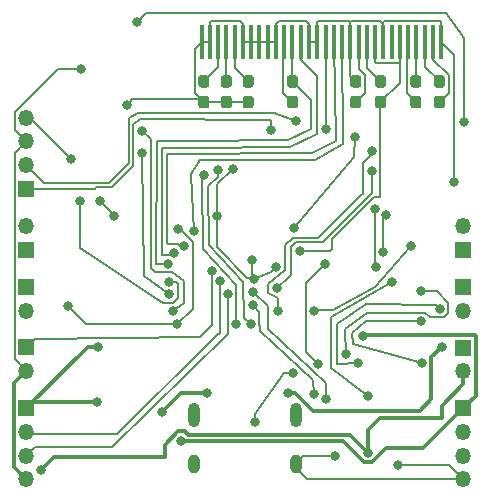
<source format=gbr>
%TF.GenerationSoftware,KiCad,Pcbnew,(5.1.6-0-10_14)*%
%TF.CreationDate,2020-10-29T20:17:36+08:00*%
%TF.ProjectId,QuadoFly,51756164-6f46-46c7-992e-6b696361645f,rev?*%
%TF.SameCoordinates,Original*%
%TF.FileFunction,Copper,L2,Bot*%
%TF.FilePolarity,Positive*%
%FSLAX46Y46*%
G04 Gerber Fmt 4.6, Leading zero omitted, Abs format (unit mm)*
G04 Created by KiCad (PCBNEW (5.1.6-0-10_14)) date 2020-10-29 20:17:36*
%MOMM*%
%LPD*%
G01*
G04 APERTURE LIST*
%TA.AperFunction,ComponentPad*%
%ADD10O,1.350000X1.350000*%
%TD*%
%TA.AperFunction,ComponentPad*%
%ADD11R,1.350000X1.350000*%
%TD*%
%TA.AperFunction,SMDPad,CuDef*%
%ADD12R,0.400000X3.000000*%
%TD*%
%TA.AperFunction,ComponentPad*%
%ADD13O,1.000000X1.600000*%
%TD*%
%TA.AperFunction,ComponentPad*%
%ADD14O,1.000000X2.100000*%
%TD*%
%TA.AperFunction,ViaPad*%
%ADD15C,0.800000*%
%TD*%
%TA.AperFunction,Conductor*%
%ADD16C,0.350000*%
%TD*%
%TA.AperFunction,Conductor*%
%ADD17C,0.200000*%
%TD*%
G04 APERTURE END LIST*
D10*
%TO.P,J10,4*%
%TO.N,Earth*%
X101500000Y-143500000D03*
%TO.P,J10,3*%
%TO.N,/PWM4_T3C4*%
X101500000Y-141500000D03*
%TO.P,J10,2*%
%TO.N,/PWM3_T3C3*%
X101500000Y-139500000D03*
D11*
%TO.P,J10,1*%
%TO.N,+5V*%
X101500000Y-137500000D03*
%TD*%
D10*
%TO.P,J9,4*%
%TO.N,Earth*%
X138500000Y-143500000D03*
%TO.P,J9,3*%
%TO.N,/PWM2_T2C3*%
X138500000Y-141500000D03*
%TO.P,J9,2*%
%TO.N,/PWM1_T2C2*%
X138500000Y-139500000D03*
D11*
%TO.P,J9,1*%
%TO.N,+5V*%
X138500000Y-137500000D03*
%TD*%
D10*
%TO.P,J3,2*%
%TO.N,Net-(J3-Pad2)*%
X101500000Y-129250000D03*
D11*
%TO.P,J3,1*%
%TO.N,Net-(J3-Pad1)*%
X101500000Y-127250000D03*
%TD*%
D10*
%TO.P,J2,2*%
%TO.N,Net-(J2-Pad2)*%
X101500000Y-122100000D03*
D11*
%TO.P,J2,1*%
%TO.N,Net-(J2-Pad1)*%
X101500000Y-124100000D03*
%TD*%
D12*
%TO.P,J13,30*%
%TO.N,Earth*%
X116350000Y-106500000D03*
%TO.P,J13,29*%
X117050000Y-106500000D03*
%TO.P,J13,28*%
%TO.N,Net-(C28-Pad2)*%
X117750000Y-106500000D03*
%TO.P,J13,27*%
%TO.N,Net-(C29-Pad2)*%
X118450000Y-106500000D03*
%TO.P,J13,26*%
%TO.N,Net-(J13-Pad26)*%
X119150000Y-106500000D03*
%TO.P,J13,25*%
%TO.N,Earth*%
X119850000Y-106500000D03*
%TO.P,J13,24*%
X120550000Y-106500000D03*
%TO.P,J13,23*%
X121250000Y-106500000D03*
%TO.P,J13,22*%
X121950000Y-106500000D03*
%TO.P,J13,21*%
X122650000Y-106500000D03*
%TO.P,J13,20*%
%TO.N,Net-(J13-Pad20)*%
X123350000Y-106500000D03*
%TO.P,J13,19*%
%TO.N,/OLED_MOSI*%
X124050000Y-106500000D03*
%TO.P,J13,18*%
%TO.N,/OLED_SCK*%
X124750000Y-106500000D03*
%TO.P,J13,17*%
%TO.N,Earth*%
X125450000Y-106500000D03*
%TO.P,J13,16*%
X126150000Y-106500000D03*
%TO.P,J13,15*%
%TO.N,/OLED_DC*%
X126850000Y-106500000D03*
%TO.P,J13,14*%
%TO.N,/OLED_RES*%
X127550000Y-106500000D03*
%TO.P,J13,13*%
%TO.N,/OLED_CS*%
X128250000Y-106500000D03*
%TO.P,J13,12*%
%TO.N,Earth*%
X128950000Y-106500000D03*
%TO.P,J13,11*%
%TO.N,Net-(J13-Pad11)*%
X129650000Y-106500000D03*
%TO.P,J13,10*%
%TO.N,Net-(J13-Pad10)*%
X130350000Y-106500000D03*
%TO.P,J13,9*%
%TO.N,/+3.3V*%
X131050000Y-106500000D03*
%TO.P,J13,8*%
%TO.N,Earth*%
X131750000Y-106500000D03*
%TO.P,J13,7*%
%TO.N,Net-(J13-Pad7)*%
X132450000Y-106500000D03*
%TO.P,J13,6*%
%TO.N,/+3.3V*%
X133150000Y-106500000D03*
%TO.P,J13,5*%
%TO.N,Net-(C27-Pad1)*%
X133850000Y-106500000D03*
%TO.P,J13,4*%
%TO.N,Net-(C27-Pad2)*%
X134550000Y-106500000D03*
%TO.P,J13,3*%
%TO.N,Net-(C26-Pad1)*%
X135250000Y-106500000D03*
%TO.P,J13,2*%
%TO.N,Net-(C26-Pad2)*%
X135950000Y-106500000D03*
%TO.P,J13,1*%
%TO.N,Earth*%
X136650000Y-106500000D03*
%TD*%
D10*
%TO.P,J7,2*%
%TO.N,Earth*%
X101500000Y-134333332D03*
D11*
%TO.P,J7,1*%
%TO.N,/LED1*%
X101500000Y-132333332D03*
%TD*%
%TO.P,R14,2*%
%TO.N,Net-(J13-Pad11)*%
%TA.AperFunction,SMDPad,CuDef*%
G36*
G01*
X129162500Y-111050000D02*
X129637500Y-111050000D01*
G75*
G02*
X129875000Y-111287500I0J-237500D01*
G01*
X129875000Y-111862500D01*
G75*
G02*
X129637500Y-112100000I-237500J0D01*
G01*
X129162500Y-112100000D01*
G75*
G02*
X128925000Y-111862500I0J237500D01*
G01*
X128925000Y-111287500D01*
G75*
G02*
X129162500Y-111050000I237500J0D01*
G01*
G37*
%TD.AperFunction*%
%TO.P,R14,1*%
%TO.N,Earth*%
%TA.AperFunction,SMDPad,CuDef*%
G36*
G01*
X129162500Y-109300000D02*
X129637500Y-109300000D01*
G75*
G02*
X129875000Y-109537500I0J-237500D01*
G01*
X129875000Y-110112500D01*
G75*
G02*
X129637500Y-110350000I-237500J0D01*
G01*
X129162500Y-110350000D01*
G75*
G02*
X128925000Y-110112500I0J237500D01*
G01*
X128925000Y-109537500D01*
G75*
G02*
X129162500Y-109300000I237500J0D01*
G01*
G37*
%TD.AperFunction*%
%TD*%
%TO.P,R13,2*%
%TO.N,Net-(J13-Pad10)*%
%TA.AperFunction,SMDPad,CuDef*%
G36*
G01*
X131737500Y-110350000D02*
X131262500Y-110350000D01*
G75*
G02*
X131025000Y-110112500I0J237500D01*
G01*
X131025000Y-109537500D01*
G75*
G02*
X131262500Y-109300000I237500J0D01*
G01*
X131737500Y-109300000D01*
G75*
G02*
X131975000Y-109537500I0J-237500D01*
G01*
X131975000Y-110112500D01*
G75*
G02*
X131737500Y-110350000I-237500J0D01*
G01*
G37*
%TD.AperFunction*%
%TO.P,R13,1*%
%TO.N,/+3.3V*%
%TA.AperFunction,SMDPad,CuDef*%
G36*
G01*
X131737500Y-112100000D02*
X131262500Y-112100000D01*
G75*
G02*
X131025000Y-111862500I0J237500D01*
G01*
X131025000Y-111287500D01*
G75*
G02*
X131262500Y-111050000I237500J0D01*
G01*
X131737500Y-111050000D01*
G75*
G02*
X131975000Y-111287500I0J-237500D01*
G01*
X131975000Y-111862500D01*
G75*
G02*
X131737500Y-112100000I-237500J0D01*
G01*
G37*
%TD.AperFunction*%
%TD*%
%TO.P,R12,2*%
%TO.N,Net-(J13-Pad26)*%
%TA.AperFunction,SMDPad,CuDef*%
G36*
G01*
X120537500Y-110350000D02*
X120062500Y-110350000D01*
G75*
G02*
X119825000Y-110112500I0J237500D01*
G01*
X119825000Y-109537500D01*
G75*
G02*
X120062500Y-109300000I237500J0D01*
G01*
X120537500Y-109300000D01*
G75*
G02*
X120775000Y-109537500I0J-237500D01*
G01*
X120775000Y-110112500D01*
G75*
G02*
X120537500Y-110350000I-237500J0D01*
G01*
G37*
%TD.AperFunction*%
%TO.P,R12,1*%
%TO.N,Earth*%
%TA.AperFunction,SMDPad,CuDef*%
G36*
G01*
X120537500Y-112100000D02*
X120062500Y-112100000D01*
G75*
G02*
X119825000Y-111862500I0J237500D01*
G01*
X119825000Y-111287500D01*
G75*
G02*
X120062500Y-111050000I237500J0D01*
G01*
X120537500Y-111050000D01*
G75*
G02*
X120775000Y-111287500I0J-237500D01*
G01*
X120775000Y-111862500D01*
G75*
G02*
X120537500Y-112100000I-237500J0D01*
G01*
G37*
%TD.AperFunction*%
%TD*%
%TO.P,R11,2*%
%TO.N,Net-(J13-Pad20)*%
%TA.AperFunction,SMDPad,CuDef*%
G36*
G01*
X123812500Y-111050000D02*
X124287500Y-111050000D01*
G75*
G02*
X124525000Y-111287500I0J-237500D01*
G01*
X124525000Y-111862500D01*
G75*
G02*
X124287500Y-112100000I-237500J0D01*
G01*
X123812500Y-112100000D01*
G75*
G02*
X123575000Y-111862500I0J237500D01*
G01*
X123575000Y-111287500D01*
G75*
G02*
X123812500Y-111050000I237500J0D01*
G01*
G37*
%TD.AperFunction*%
%TO.P,R11,1*%
%TO.N,/OLED_MOSI*%
%TA.AperFunction,SMDPad,CuDef*%
G36*
G01*
X123812500Y-109300000D02*
X124287500Y-109300000D01*
G75*
G02*
X124525000Y-109537500I0J-237500D01*
G01*
X124525000Y-110112500D01*
G75*
G02*
X124287500Y-110350000I-237500J0D01*
G01*
X123812500Y-110350000D01*
G75*
G02*
X123575000Y-110112500I0J237500D01*
G01*
X123575000Y-109537500D01*
G75*
G02*
X123812500Y-109300000I237500J0D01*
G01*
G37*
%TD.AperFunction*%
%TD*%
D10*
%TO.P,J8,4*%
%TO.N,/+3.3V*%
X101500000Y-112900000D03*
%TO.P,J8,3*%
%TO.N,Earth*%
X101500000Y-114900000D03*
%TO.P,J8,2*%
%TO.N,/VL53_SCL*%
X101500000Y-116900000D03*
D11*
%TO.P,J8,1*%
%TO.N,/VL53_SDA*%
X101500000Y-118900000D03*
%TD*%
D10*
%TO.P,J6,2*%
%TO.N,Net-(J6-Pad2)*%
X138500000Y-122100000D03*
D11*
%TO.P,J6,1*%
%TO.N,Net-(J6-Pad1)*%
X138500000Y-124100000D03*
%TD*%
D10*
%TO.P,J5,2*%
%TO.N,Net-(J5-Pad2)*%
X138500000Y-129233333D03*
D11*
%TO.P,J5,1*%
%TO.N,Net-(J5-Pad1)*%
X138500000Y-127233333D03*
%TD*%
D10*
%TO.P,J4,2*%
%TO.N,+BATT*%
X138500000Y-134366666D03*
D11*
%TO.P,J4,1*%
%TO.N,Earth*%
X138500000Y-132366666D03*
%TD*%
D13*
%TO.P,J1,S1*%
%TO.N,Earth*%
X124320000Y-142225000D03*
X115680000Y-142225000D03*
D14*
X124320000Y-138045000D03*
X115680000Y-138045000D03*
%TD*%
%TO.P,C29,2*%
%TO.N,Net-(C29-Pad2)*%
%TA.AperFunction,SMDPad,CuDef*%
G36*
G01*
X118687500Y-110350000D02*
X118212500Y-110350000D01*
G75*
G02*
X117975000Y-110112500I0J237500D01*
G01*
X117975000Y-109537500D01*
G75*
G02*
X118212500Y-109300000I237500J0D01*
G01*
X118687500Y-109300000D01*
G75*
G02*
X118925000Y-109537500I0J-237500D01*
G01*
X118925000Y-110112500D01*
G75*
G02*
X118687500Y-110350000I-237500J0D01*
G01*
G37*
%TD.AperFunction*%
%TO.P,C29,1*%
%TO.N,Earth*%
%TA.AperFunction,SMDPad,CuDef*%
G36*
G01*
X118687500Y-112100000D02*
X118212500Y-112100000D01*
G75*
G02*
X117975000Y-111862500I0J237500D01*
G01*
X117975000Y-111287500D01*
G75*
G02*
X118212500Y-111050000I237500J0D01*
G01*
X118687500Y-111050000D01*
G75*
G02*
X118925000Y-111287500I0J-237500D01*
G01*
X118925000Y-111862500D01*
G75*
G02*
X118687500Y-112100000I-237500J0D01*
G01*
G37*
%TD.AperFunction*%
%TD*%
%TO.P,C28,2*%
%TO.N,Net-(C28-Pad2)*%
%TA.AperFunction,SMDPad,CuDef*%
G36*
G01*
X116787500Y-110350000D02*
X116312500Y-110350000D01*
G75*
G02*
X116075000Y-110112500I0J237500D01*
G01*
X116075000Y-109537500D01*
G75*
G02*
X116312500Y-109300000I237500J0D01*
G01*
X116787500Y-109300000D01*
G75*
G02*
X117025000Y-109537500I0J-237500D01*
G01*
X117025000Y-110112500D01*
G75*
G02*
X116787500Y-110350000I-237500J0D01*
G01*
G37*
%TD.AperFunction*%
%TO.P,C28,1*%
%TO.N,Earth*%
%TA.AperFunction,SMDPad,CuDef*%
G36*
G01*
X116787500Y-112100000D02*
X116312500Y-112100000D01*
G75*
G02*
X116075000Y-111862500I0J237500D01*
G01*
X116075000Y-111287500D01*
G75*
G02*
X116312500Y-111050000I237500J0D01*
G01*
X116787500Y-111050000D01*
G75*
G02*
X117025000Y-111287500I0J-237500D01*
G01*
X117025000Y-111862500D01*
G75*
G02*
X116787500Y-112100000I-237500J0D01*
G01*
G37*
%TD.AperFunction*%
%TD*%
%TO.P,C27,2*%
%TO.N,Net-(C27-Pad2)*%
%TA.AperFunction,SMDPad,CuDef*%
G36*
G01*
X134737500Y-110350000D02*
X134262500Y-110350000D01*
G75*
G02*
X134025000Y-110112500I0J237500D01*
G01*
X134025000Y-109537500D01*
G75*
G02*
X134262500Y-109300000I237500J0D01*
G01*
X134737500Y-109300000D01*
G75*
G02*
X134975000Y-109537500I0J-237500D01*
G01*
X134975000Y-110112500D01*
G75*
G02*
X134737500Y-110350000I-237500J0D01*
G01*
G37*
%TD.AperFunction*%
%TO.P,C27,1*%
%TO.N,Net-(C27-Pad1)*%
%TA.AperFunction,SMDPad,CuDef*%
G36*
G01*
X134737500Y-112100000D02*
X134262500Y-112100000D01*
G75*
G02*
X134025000Y-111862500I0J237500D01*
G01*
X134025000Y-111287500D01*
G75*
G02*
X134262500Y-111050000I237500J0D01*
G01*
X134737500Y-111050000D01*
G75*
G02*
X134975000Y-111287500I0J-237500D01*
G01*
X134975000Y-111862500D01*
G75*
G02*
X134737500Y-112100000I-237500J0D01*
G01*
G37*
%TD.AperFunction*%
%TD*%
%TO.P,C26,2*%
%TO.N,Net-(C26-Pad2)*%
%TA.AperFunction,SMDPad,CuDef*%
G36*
G01*
X136262500Y-111050000D02*
X136737500Y-111050000D01*
G75*
G02*
X136975000Y-111287500I0J-237500D01*
G01*
X136975000Y-111862500D01*
G75*
G02*
X136737500Y-112100000I-237500J0D01*
G01*
X136262500Y-112100000D01*
G75*
G02*
X136025000Y-111862500I0J237500D01*
G01*
X136025000Y-111287500D01*
G75*
G02*
X136262500Y-111050000I237500J0D01*
G01*
G37*
%TD.AperFunction*%
%TO.P,C26,1*%
%TO.N,Net-(C26-Pad1)*%
%TA.AperFunction,SMDPad,CuDef*%
G36*
G01*
X136262500Y-109300000D02*
X136737500Y-109300000D01*
G75*
G02*
X136975000Y-109537500I0J-237500D01*
G01*
X136975000Y-110112500D01*
G75*
G02*
X136737500Y-110350000I-237500J0D01*
G01*
X136262500Y-110350000D01*
G75*
G02*
X136025000Y-110112500I0J237500D01*
G01*
X136025000Y-109537500D01*
G75*
G02*
X136262500Y-109300000I237500J0D01*
G01*
G37*
%TD.AperFunction*%
%TD*%
D15*
%TO.N,Earth*%
X127675000Y-141575000D03*
X110050000Y-111850000D03*
X106150000Y-108750000D03*
X137750000Y-118350000D03*
X133000000Y-142300000D03*
X108949919Y-121206103D03*
X107750000Y-119950000D03*
X117700000Y-121200000D03*
X119001532Y-117216489D03*
X126800000Y-125275000D03*
X126172976Y-133750423D03*
X122675000Y-125525000D03*
X120619572Y-124943496D03*
X120775000Y-126525000D03*
%TO.N,/+3.3V*%
X124650000Y-124150000D03*
X105328838Y-116424992D03*
X110900000Y-104810000D03*
X131500000Y-111575000D03*
X138550000Y-113250000D03*
X114300000Y-130375000D03*
X105025000Y-128865000D03*
X114400000Y-122350000D03*
%TO.N,Net-(C14-Pad1)*%
X131050000Y-120600000D03*
X131150000Y-125500000D03*
%TO.N,Net-(D1-Pad2)*%
X134975000Y-130104990D03*
X135000000Y-133700000D03*
%TO.N,Net-(D1-Pad1)*%
X134975000Y-127595000D03*
X128625028Y-132900200D03*
%TO.N,Net-(D2-Pad1)*%
X136550000Y-129100000D03*
X129575000Y-133675000D03*
%TO.N,/SWCLK*%
X120850000Y-138655002D03*
X124075000Y-134550000D03*
%TO.N,/LED1*%
X117200000Y-125900000D03*
%TO.N,/VL53_SCL*%
X130750000Y-115725000D03*
X124325000Y-113175000D03*
X122803337Y-129240148D03*
%TO.N,/VL53_SDA*%
X130750000Y-117400000D03*
X122725000Y-127275000D03*
X122200000Y-113975000D03*
%TO.N,/PWM1_T2C2*%
X120750000Y-127675000D03*
X126900000Y-136675000D03*
%TO.N,/PWM2_T2C3*%
X120675000Y-128750000D03*
X125850000Y-136250000D03*
%TO.N,/PWM3_T3C3*%
X117900000Y-126761936D03*
%TO.N,/PWM4_T3C4*%
X118600000Y-127800000D03*
%TO.N,/MPU_SDA*%
X111350000Y-114025000D03*
X113900000Y-129275000D03*
%TO.N,/MPU_SCL*%
X111350000Y-115925000D03*
X113625000Y-127850000D03*
%TO.N,/OLED_MOSI*%
X113550000Y-125250000D03*
%TO.N,/BLE_TX*%
X117750000Y-117350000D03*
X120550000Y-130350000D03*
%TO.N,/BLE_RX*%
X116600000Y-117750000D03*
X119300000Y-130350000D03*
%TO.N,/OLED_DC*%
X126850000Y-113850000D03*
X129325000Y-114500000D03*
X124175000Y-122225000D03*
%TO.N,/OLED_SCK*%
X114000000Y-124325000D03*
%TO.N,/OLED_RES*%
X114900000Y-123775000D03*
%TO.N,/OLED_CS*%
X115680369Y-122469631D03*
%TO.N,+5V*%
X130000000Y-131400000D03*
X107600000Y-132300000D03*
X114650000Y-140300000D03*
X107525000Y-137000000D03*
%TO.N,VBUS*%
X113025000Y-137775000D03*
X116800000Y-136200000D03*
X123650000Y-136200000D03*
X136700000Y-132300000D03*
%TO.N,+BATT*%
X130450000Y-141250000D03*
X131750000Y-124300000D03*
X131950000Y-121125000D03*
X132500000Y-126850000D03*
X130450000Y-136425000D03*
X102725000Y-142725000D03*
%TO.N,/DRV_SLEEP2*%
X113600000Y-126850000D03*
X106025000Y-119975000D03*
%TO.N,/DRV_SLEEP1*%
X134050000Y-123800000D03*
X125867998Y-129282003D03*
%TD*%
D16*
%TO.N,Earth*%
X100449999Y-135383333D02*
X101500000Y-134333332D01*
X100449999Y-142449999D02*
X100449999Y-135383333D01*
X101500000Y-143500000D02*
X100449999Y-142449999D01*
D17*
X124320000Y-142225000D02*
X124320000Y-142570000D01*
X125250000Y-143500000D02*
X138500000Y-143500000D01*
X124320000Y-142570000D02*
X125250000Y-143500000D01*
X131750000Y-104800000D02*
X131750000Y-106500000D01*
X131850001Y-104699999D02*
X131750000Y-104800000D01*
X136650000Y-104800000D02*
X136549999Y-104699999D01*
X136549999Y-104699999D02*
X131850001Y-104699999D01*
X136650000Y-106500000D02*
X136650000Y-104800000D01*
X131490001Y-104699999D02*
X131750000Y-104959998D01*
X131750000Y-104959998D02*
X131750000Y-106500000D01*
X129050001Y-104699999D02*
X131490001Y-104699999D01*
X128950000Y-104800000D02*
X129050001Y-104699999D01*
X126150000Y-104800000D02*
X126150000Y-106500000D01*
X128849999Y-104699999D02*
X126250001Y-104699999D01*
X126250001Y-104699999D02*
X126150000Y-104800000D01*
X128950000Y-104800000D02*
X128849999Y-104699999D01*
X128950000Y-106500000D02*
X128950000Y-104800000D01*
X126150000Y-106500000D02*
X125450000Y-106500000D01*
X122650000Y-106500000D02*
X119850001Y-106500000D01*
X115774990Y-110799990D02*
X116550000Y-111575000D01*
X115774990Y-107075010D02*
X115774990Y-110799990D01*
X116350000Y-106500000D02*
X115774990Y-107075010D01*
X100524999Y-112431999D02*
X100524999Y-113924999D01*
X104206998Y-108750000D02*
X100524999Y-112431999D01*
X100524999Y-113924999D02*
X101500000Y-114900000D01*
X106150000Y-108750000D02*
X104206998Y-108750000D01*
X100524999Y-115875001D02*
X100524999Y-133358331D01*
X100524999Y-133358331D02*
X101500000Y-134333332D01*
X101500000Y-114900000D02*
X100524999Y-115875001D01*
X116350000Y-106500000D02*
X117050000Y-106500000D01*
X117050000Y-104800000D02*
X117050000Y-106500000D01*
X117150001Y-104699999D02*
X117050000Y-104800000D01*
X119590001Y-104699999D02*
X117150001Y-104699999D01*
X119850000Y-104959998D02*
X119590001Y-104699999D01*
X119850000Y-106500000D02*
X119850000Y-104959998D01*
X128950000Y-109375000D02*
X129400000Y-109825000D01*
X128950000Y-106500000D02*
X128950000Y-109375000D01*
X125450000Y-104959998D02*
X125450000Y-106500000D01*
X125190001Y-104699999D02*
X125450000Y-104959998D01*
X122650000Y-104959998D02*
X122909999Y-104699999D01*
X122909999Y-104699999D02*
X125190001Y-104699999D01*
X122650000Y-106500000D02*
X122650000Y-104959998D01*
X137300000Y-142300000D02*
X138500000Y-143500000D01*
X133000000Y-142300000D02*
X137300000Y-142300000D01*
X120125000Y-111750000D02*
X120300000Y-111575000D01*
X120300000Y-111575000D02*
X116550000Y-111575000D01*
X108949919Y-121149919D02*
X107750000Y-119950000D01*
X108949919Y-121206103D02*
X108949919Y-121149919D01*
X117700000Y-121200000D02*
X117700000Y-118500000D01*
X118983511Y-117216489D02*
X119001532Y-117216489D01*
X117700000Y-118500000D02*
X118983511Y-117216489D01*
X125167997Y-132745444D02*
X126172976Y-133750423D01*
X125167997Y-126907003D02*
X125167997Y-132745444D01*
X126800000Y-125275000D02*
X125167997Y-126907003D01*
X122225000Y-125975000D02*
X122675000Y-125525000D01*
X120775000Y-126525000D02*
X122225000Y-125975000D01*
X117700000Y-123873404D02*
X117700000Y-121200000D01*
X120200000Y-126500000D02*
X117700000Y-123873404D01*
X120775000Y-126525000D02*
X120200000Y-126500000D01*
X120619572Y-126369572D02*
X120775000Y-126525000D01*
X120619572Y-124943496D02*
X120619572Y-126369572D01*
X124970000Y-141575000D02*
X124320000Y-142225000D01*
X127675000Y-141575000D02*
X124970000Y-141575000D01*
X137750000Y-107600000D02*
X136650000Y-106500000D01*
X137750000Y-117850000D02*
X137750000Y-107600000D01*
X116325000Y-111350000D02*
X116550000Y-111575000D01*
X110400000Y-111350000D02*
X116325000Y-111350000D01*
X110400000Y-111500000D02*
X110050000Y-111850000D01*
X110400000Y-111350000D02*
X110400000Y-111500000D01*
%TO.N,/+3.3V*%
X101803846Y-112900000D02*
X101500000Y-112900000D01*
X105328838Y-116424992D02*
X101803846Y-112900000D01*
X131150001Y-108300001D02*
X133049999Y-108300001D01*
X133150000Y-108200000D02*
X133150000Y-106500000D01*
X131050000Y-108200000D02*
X131150001Y-108300001D01*
X133049999Y-108300001D02*
X133150000Y-108200000D01*
X131050000Y-106500000D02*
X131050000Y-108200000D01*
X133150000Y-109925000D02*
X133150000Y-106500000D01*
X110900000Y-104810000D02*
X110910011Y-104799989D01*
X130963998Y-119650000D02*
X127425000Y-123188998D01*
X131450000Y-119650000D02*
X130963998Y-119650000D01*
X127425000Y-123188998D02*
X127425000Y-123975000D01*
X127250000Y-124150000D02*
X124650000Y-124150000D01*
X127425000Y-123975000D02*
X127250000Y-124150000D01*
X106535000Y-130375000D02*
X105025000Y-128865000D01*
X114300000Y-130375000D02*
X106535000Y-130375000D01*
X114511002Y-122350000D02*
X114400000Y-122350000D01*
X115600001Y-123438999D02*
X114511002Y-122350000D01*
X115600001Y-129074999D02*
X115600001Y-123438999D01*
X114300000Y-130375000D02*
X115600001Y-129074999D01*
X111210000Y-104500000D02*
X110900000Y-104810000D01*
X137050000Y-104050000D02*
X111660000Y-104050000D01*
X138550000Y-106134301D02*
X137050000Y-104050000D01*
X111660000Y-104050000D02*
X110900000Y-104810000D01*
X138550000Y-113250000D02*
X138550000Y-106134301D01*
X131450000Y-111625000D02*
X131500000Y-111575000D01*
X131450000Y-119650000D02*
X131450000Y-111625000D01*
X133150000Y-109925000D02*
X131500000Y-111575000D01*
%TO.N,Net-(C14-Pad1)*%
X131050000Y-125400000D02*
X131150000Y-125500000D01*
X131050000Y-120600000D02*
X131050000Y-125400000D01*
%TO.N,Net-(C26-Pad2)*%
X137275010Y-110799990D02*
X136500000Y-111575000D01*
X137275010Y-109314854D02*
X137275010Y-110799990D01*
X135950000Y-107989844D02*
X137275010Y-109314854D01*
X135950000Y-106500000D02*
X135950000Y-107989844D01*
%TO.N,Net-(C26-Pad1)*%
X135250000Y-108575000D02*
X136500000Y-109825000D01*
X135250000Y-106500000D02*
X135250000Y-108575000D01*
%TO.N,Net-(C27-Pad2)*%
X134550000Y-109775000D02*
X134500000Y-109825000D01*
X134550000Y-106500000D02*
X134550000Y-109775000D01*
%TO.N,Net-(C27-Pad1)*%
X133724990Y-110799990D02*
X134500000Y-111575000D01*
X133724990Y-106625010D02*
X133724990Y-110799990D01*
X133850000Y-106500000D02*
X133724990Y-106625010D01*
%TO.N,Net-(C28-Pad2)*%
X117750000Y-108625000D02*
X117750000Y-106500000D01*
X116550000Y-109825000D02*
X117750000Y-108625000D01*
%TO.N,Net-(C29-Pad2)*%
X118450000Y-106500000D02*
X118450000Y-109825000D01*
%TO.N,Net-(D1-Pad2)*%
X130259008Y-130104990D02*
X134975000Y-130104990D01*
X129150000Y-132100000D02*
X129100000Y-131100000D01*
X132000000Y-132800000D02*
X129150000Y-132100000D01*
X129100000Y-131100000D02*
X130259008Y-130104990D01*
X135000000Y-133700000D02*
X132000000Y-132800000D01*
%TO.N,Net-(D1-Pad1)*%
X136295000Y-127595000D02*
X134975000Y-127595000D01*
X137250001Y-128550001D02*
X136295000Y-127595000D01*
X137250001Y-129436001D02*
X137250001Y-128550001D01*
X136886001Y-129800001D02*
X137250001Y-129436001D01*
X135706013Y-129800001D02*
X136886001Y-129800001D01*
X130393310Y-129404989D02*
X135311001Y-129404989D01*
X135311001Y-129404989D02*
X135706013Y-129800001D01*
X128500000Y-130750000D02*
X130393310Y-129404989D01*
X128625028Y-132900200D02*
X128500000Y-130750000D01*
%TO.N,Net-(D2-Pad1)*%
X136200000Y-128750000D02*
X136550000Y-129100000D01*
X130300000Y-128700000D02*
X136200000Y-128750000D01*
X127850000Y-130400000D02*
X130300000Y-128700000D01*
X129575000Y-133675000D02*
X127800000Y-133775000D01*
X127800000Y-133775000D02*
X127850000Y-130400000D01*
%TO.N,/SWCLK*%
X120850000Y-137963998D02*
X120850000Y-138655002D01*
X123300000Y-134550000D02*
X120850000Y-137963998D01*
X124075000Y-134550000D02*
X123300000Y-134550000D01*
%TO.N,/LED1*%
X102233333Y-131599999D02*
X101500000Y-132333332D01*
X116200000Y-131450000D02*
X102233333Y-131599999D01*
X117200000Y-130450000D02*
X117200000Y-125900000D01*
X116200000Y-131450000D02*
X117200000Y-130450000D01*
%TO.N,/VL53_SCL*%
X126250011Y-123049989D02*
X124125000Y-123049989D01*
X129925000Y-119375000D02*
X126250011Y-123049989D01*
X130025000Y-119375000D02*
X129925000Y-119375000D01*
X130049999Y-116691160D02*
X130025000Y-119375000D01*
X130750000Y-115991159D02*
X130049999Y-116691160D01*
X130750000Y-115725000D02*
X130750000Y-115991159D01*
X123450000Y-123675000D02*
X124125000Y-123050000D01*
X123450000Y-125825000D02*
X123450000Y-123675000D01*
X122000000Y-126950000D02*
X123450000Y-125825000D01*
X122825000Y-128125000D02*
X122000000Y-127775000D01*
X122803337Y-129240148D02*
X122825000Y-128125000D01*
X122000000Y-126950000D02*
X122000000Y-127775000D01*
X105950000Y-118400000D02*
X103000000Y-118400000D01*
X105950010Y-118399990D02*
X105950000Y-118400000D01*
X108500010Y-118399990D02*
X105950010Y-118399990D01*
X103000000Y-118400000D02*
X101500000Y-116900000D01*
X110174990Y-116725010D02*
X108500010Y-118399990D01*
X110174990Y-112950000D02*
X110174990Y-116725010D01*
X111000000Y-112500000D02*
X110174990Y-112950000D01*
X122500000Y-112500000D02*
X111000000Y-112500000D01*
X124325000Y-113175000D02*
X122500000Y-112500000D01*
%TO.N,/VL53_SDA*%
X124313999Y-123449999D02*
X126598301Y-123449999D01*
X126598301Y-123449999D02*
X130750000Y-119298300D01*
X123949999Y-123813999D02*
X124313999Y-123449999D01*
X130750000Y-119298300D02*
X130750000Y-117400000D01*
X123925000Y-126225000D02*
X123925000Y-126050000D01*
X122725000Y-127275000D02*
X123750153Y-126399847D01*
X123925000Y-126050000D02*
X123949999Y-123813999D01*
X123750153Y-126399847D02*
X123925000Y-126225000D01*
X111200000Y-113050000D02*
X122200000Y-113100000D01*
X110575000Y-113400000D02*
X111200000Y-113050000D01*
X110575000Y-116975000D02*
X110575000Y-113400000D01*
X108750000Y-118800000D02*
X110575000Y-116975000D01*
X107438998Y-118800000D02*
X108750000Y-118800000D01*
X107338998Y-118900000D02*
X107438998Y-118800000D01*
X101500000Y-118900000D02*
X107338998Y-118900000D01*
X122200000Y-113100000D02*
X122200000Y-113975000D01*
%TO.N,/PWM1_T2C2*%
X121950000Y-128850000D02*
X120750000Y-127675000D01*
X121975000Y-130750000D02*
X121950000Y-128850000D01*
X126900000Y-135400000D02*
X121975000Y-130750000D01*
X126900000Y-136675000D02*
X126900000Y-135400000D01*
%TO.N,/PWM2_T2C3*%
X138450000Y-141500000D02*
X138500000Y-141500000D01*
X121250001Y-130475001D02*
X121250001Y-129325001D01*
X121300000Y-130525000D02*
X121250001Y-130475001D01*
X125775000Y-135100000D02*
X121300000Y-130950000D01*
X121300000Y-130950000D02*
X121300000Y-130525000D01*
X121250001Y-129325001D02*
X120675000Y-128750000D01*
X125850000Y-136250000D02*
X125775000Y-135100000D01*
%TO.N,/PWM3_T3C3*%
X101884315Y-139500000D02*
X101500000Y-139500000D01*
X117900000Y-126761936D02*
X117900000Y-131098160D01*
X117900000Y-131098160D02*
X117674080Y-131324080D01*
X117700000Y-131300000D02*
X117674080Y-131324080D01*
X117674080Y-131324080D02*
X109175000Y-139675000D01*
X101675000Y-139675000D02*
X101500000Y-139500000D01*
X109175000Y-139675000D02*
X101675000Y-139675000D01*
%TO.N,/PWM4_T3C4*%
X118600000Y-131200000D02*
X108800000Y-140775000D01*
X118600000Y-127800000D02*
X118600000Y-131200000D01*
X102225000Y-140775000D02*
X101500000Y-141500000D01*
X108800000Y-140775000D02*
X102225000Y-140775000D01*
%TO.N,/MPU_SDA*%
X112075000Y-125600000D02*
X112075000Y-114725000D01*
X112425001Y-125950001D02*
X112075000Y-125600000D01*
X113831385Y-125950001D02*
X112425001Y-125950001D01*
X114875000Y-126700000D02*
X113831385Y-125950001D01*
X114875000Y-128600000D02*
X114875000Y-126700000D01*
X112075000Y-114725000D02*
X111350000Y-114025000D01*
X113900000Y-129275000D02*
X114875000Y-128600000D01*
%TO.N,/MPU_SCL*%
X111475000Y-126300000D02*
X111350000Y-115925000D01*
X113625000Y-127850000D02*
X111475000Y-126300000D01*
%TO.N,Net-(J13-Pad20)*%
X123274990Y-106575010D02*
X123350000Y-106500000D01*
X123274990Y-110799990D02*
X123274990Y-106575010D01*
X124050000Y-111575000D02*
X123274990Y-110799990D01*
%TO.N,/OLED_MOSI*%
X124050000Y-106500000D02*
X124050000Y-109825000D01*
X123700000Y-114750000D02*
X125600000Y-113850000D01*
X115250000Y-114850000D02*
X123700000Y-114750000D01*
X112550000Y-114850000D02*
X115250000Y-114850000D01*
X112525000Y-125250000D02*
X112550000Y-114850000D01*
X113550000Y-125250000D02*
X112525000Y-125250000D01*
X125600000Y-111375000D02*
X124050000Y-109825000D01*
X125600000Y-113850000D02*
X125600000Y-111375000D01*
%TO.N,Net-(J13-Pad26)*%
X119150000Y-108675000D02*
X120300000Y-109825000D01*
X119150000Y-106500000D02*
X119150000Y-108675000D01*
%TO.N,Net-(J13-Pad10)*%
X130350000Y-108675000D02*
X130350000Y-106500000D01*
X131500000Y-109825000D02*
X130350000Y-108675000D01*
%TO.N,Net-(J13-Pad11)*%
X130175010Y-110799990D02*
X129400000Y-111575000D01*
X130175010Y-109314854D02*
X130175010Y-110799990D01*
X129650000Y-108789844D02*
X130175010Y-109314854D01*
X129650000Y-106500000D02*
X129650000Y-108789844D01*
%TO.N,/BLE_TX*%
X117750000Y-117884302D02*
X117750000Y-117350000D01*
X119900000Y-126850000D02*
X116950000Y-123650000D01*
X116900000Y-118650000D02*
X117750000Y-117884302D01*
X119950000Y-129850000D02*
X119900000Y-126850000D01*
X116950000Y-123650000D02*
X116900000Y-118650000D01*
X120550000Y-130350000D02*
X119950000Y-129850000D01*
%TO.N,/BLE_RX*%
X116475000Y-124000000D02*
X116375000Y-118250000D01*
X119300000Y-127050000D02*
X116475000Y-124000000D01*
X119300000Y-130350000D02*
X119300000Y-127050000D01*
X116375000Y-117975000D02*
X116600000Y-117750000D01*
X116375000Y-118250000D02*
X116375000Y-117975000D01*
%TO.N,/OLED_DC*%
X129300000Y-116250000D02*
X129325000Y-114500000D01*
X124175000Y-122225000D02*
X129300000Y-116250000D01*
X126850000Y-113850000D02*
X126850000Y-106500000D01*
%TO.N,/OLED_SCK*%
X124750000Y-108040002D02*
X124750000Y-106500000D01*
X126100000Y-109350000D02*
X124750000Y-108040002D01*
X126100000Y-114300000D02*
X126100000Y-109350000D01*
X123800000Y-115350000D02*
X126100000Y-114300000D01*
X115600000Y-115450000D02*
X123800000Y-115350000D01*
X113000000Y-115425000D02*
X115600000Y-115450000D01*
X113000000Y-124525000D02*
X113000000Y-115425000D01*
X113800000Y-124525000D02*
X113000000Y-124525000D01*
X114000000Y-124325000D02*
X113800000Y-124525000D01*
%TO.N,/OLED_RES*%
X114486002Y-123775000D02*
X114336001Y-123624999D01*
X114900000Y-123775000D02*
X114486002Y-123775000D01*
X114336001Y-123624999D02*
X113524999Y-123624999D01*
X113524999Y-123624999D02*
X113400010Y-123500010D01*
X113400010Y-123500010D02*
X113400010Y-115975000D01*
X125700000Y-115900000D02*
X127700000Y-114850000D01*
X113400000Y-115950000D02*
X125700000Y-115900000D01*
X127696104Y-114850000D02*
X127550000Y-106500000D01*
%TO.N,/OLED_CS*%
X128350000Y-115150000D02*
X128250000Y-106500000D01*
X125950000Y-116450000D02*
X128350000Y-115150000D01*
X116200000Y-116450000D02*
X125950000Y-116450000D01*
X115500000Y-117650000D02*
X116200000Y-116450000D01*
X115680369Y-122469631D02*
X115500000Y-117650000D01*
D16*
%TO.N,+5V*%
X106700000Y-132300000D02*
X101500000Y-137500000D01*
X107600000Y-132300000D02*
X106700000Y-132300000D01*
X139550001Y-136449999D02*
X138500000Y-137500000D01*
X139550001Y-131358331D02*
X139550001Y-136449999D01*
X139475001Y-131283331D02*
X139550001Y-131358331D01*
X130116669Y-131283331D02*
X139475001Y-131283331D01*
X130000000Y-131400000D02*
X130116669Y-131283331D01*
X128352998Y-140300000D02*
X114650000Y-140300000D01*
X130077999Y-142025001D02*
X128352998Y-140300000D01*
X135122001Y-140877999D02*
X131969003Y-140877999D01*
X130822001Y-142025001D02*
X130077999Y-142025001D01*
X131969003Y-140877999D02*
X130822001Y-142025001D01*
X138500000Y-137500000D02*
X135122001Y-140877999D01*
X102000000Y-137000000D02*
X101500000Y-137500000D01*
X107525000Y-137000000D02*
X102000000Y-137000000D01*
%TO.N,VBUS*%
X114600000Y-136200000D02*
X116800000Y-136200000D01*
X113025000Y-137775000D02*
X114600000Y-136200000D01*
X124262451Y-136200000D02*
X123650000Y-136200000D01*
X136700000Y-132300000D02*
X135800000Y-133200000D01*
X135800000Y-136750000D02*
X134850000Y-137700000D01*
X125762451Y-137700000D02*
X124262451Y-136200000D01*
X135800000Y-133200000D02*
X135800000Y-136750000D01*
X134850000Y-137700000D02*
X125762451Y-137700000D01*
%TO.N,+BATT*%
X130450000Y-141250000D02*
X130450000Y-139350000D01*
X130450000Y-139350000D02*
X131450000Y-138350000D01*
X131450000Y-138350000D02*
X136700000Y-138350000D01*
X138500000Y-135474998D02*
X138500000Y-134333332D01*
X136700000Y-137274998D02*
X138500000Y-135474998D01*
X136700000Y-138350000D02*
X136700000Y-137274998D01*
D17*
X131750000Y-121325000D02*
X131950000Y-121125000D01*
X131750000Y-124300000D02*
X131750000Y-121325000D01*
X127350000Y-134100000D02*
X130450000Y-136425000D01*
X127300000Y-129750000D02*
X127350000Y-134100000D01*
X132500000Y-126850000D02*
X127300000Y-129750000D01*
D16*
X128949990Y-139749990D02*
X115246992Y-139749990D01*
X130450000Y-141250000D02*
X128949990Y-139749990D01*
X102725000Y-142725000D02*
X103825000Y-141625000D01*
X103825000Y-141625000D02*
X113225000Y-141625000D01*
X114338999Y-139463999D02*
X114961001Y-139463999D01*
X113225000Y-140577998D02*
X114338999Y-139463999D01*
X114961001Y-139463999D02*
X115246992Y-139749990D01*
X113225000Y-141625000D02*
X113225000Y-140577998D01*
D17*
%TO.N,/DRV_SLEEP2*%
X106050000Y-123925000D02*
X106025000Y-119975000D01*
X113129089Y-128550001D02*
X106050000Y-123925000D01*
X113961001Y-128550001D02*
X113129089Y-128550001D01*
X114325001Y-128186001D02*
X113961001Y-128550001D01*
X114325001Y-127009316D02*
X114325001Y-128186001D01*
X114165685Y-126850000D02*
X114325001Y-127009316D01*
X113600000Y-126850000D02*
X114165685Y-126850000D01*
%TO.N,/DRV_SLEEP1*%
X134050000Y-123800000D02*
X131050000Y-127200000D01*
X125867998Y-129282003D02*
X125950001Y-129200000D01*
X125950001Y-129200000D02*
X127464946Y-129200000D01*
X127464946Y-129200000D02*
X131037072Y-127207854D01*
%TD*%
M02*

</source>
